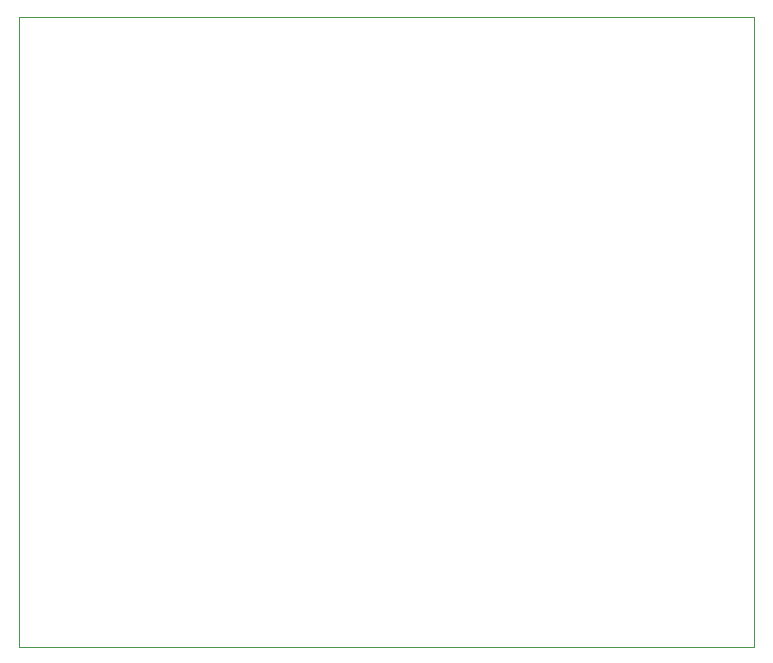
<source format=gm1>
%TF.GenerationSoftware,KiCad,Pcbnew,(6.0.5)*%
%TF.CreationDate,2022-12-08T11:31:36+07:00*%
%TF.ProjectId,Device on bag,44657669-6365-4206-9f6e-206261672e6b,rev?*%
%TF.SameCoordinates,Original*%
%TF.FileFunction,Profile,NP*%
%FSLAX46Y46*%
G04 Gerber Fmt 4.6, Leading zero omitted, Abs format (unit mm)*
G04 Created by KiCad (PCBNEW (6.0.5)) date 2022-12-08 11:31:36*
%MOMM*%
%LPD*%
G01*
G04 APERTURE LIST*
%TA.AperFunction,Profile*%
%ADD10C,0.100000*%
%TD*%
G04 APERTURE END LIST*
D10*
X105410000Y-52705000D02*
X167640000Y-52705000D01*
X167640000Y-52705000D02*
X167640000Y-106045000D01*
X167640000Y-106045000D02*
X105410000Y-106045000D01*
X105410000Y-106045000D02*
X105410000Y-52705000D01*
M02*

</source>
